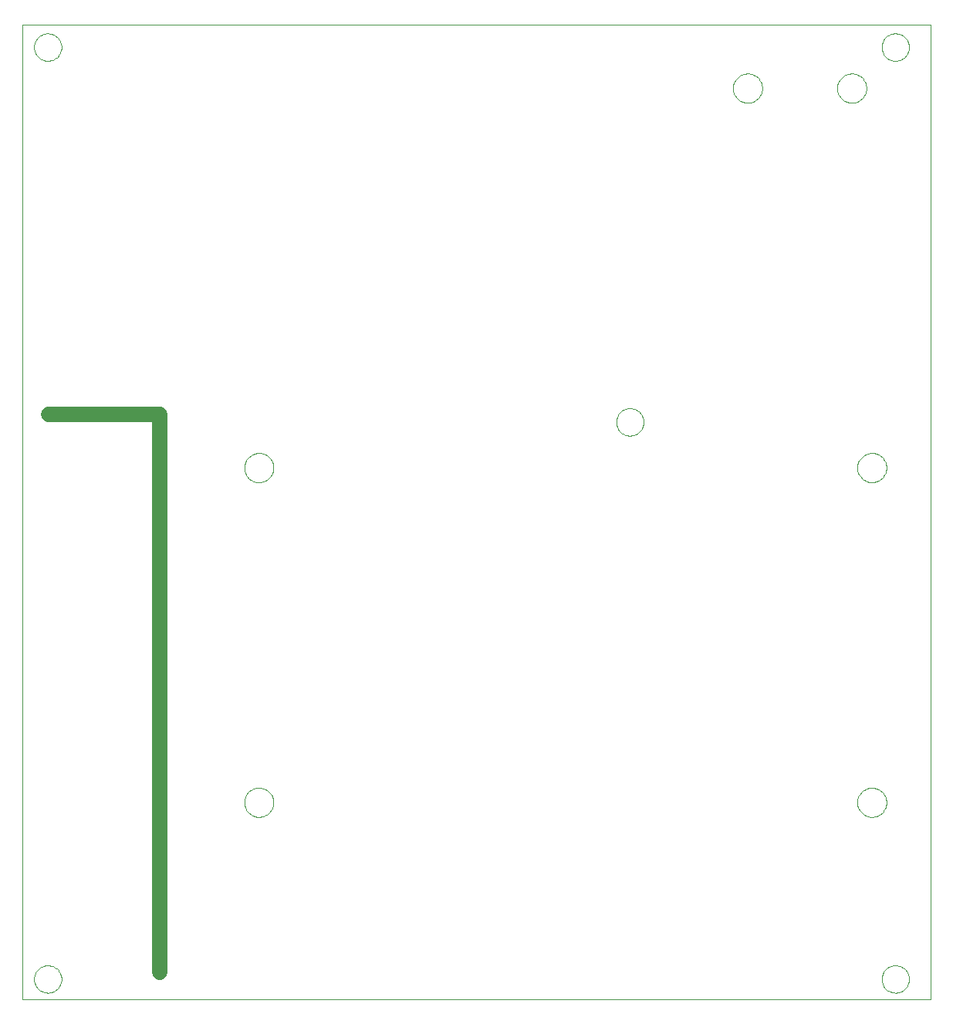
<source format=gm1>
G75*
G70*
%OFA0B0*%
%FSLAX24Y24*%
%IPPOS*%
%LPD*%
%AMOC8*
5,1,8,0,0,1.08239X$1,22.5*
%
%ADD10C,0.0000*%
%ADD11C,0.0660*%
D10*
X003168Y001404D02*
X042391Y001404D01*
X042391Y043530D01*
X003168Y043530D01*
X003168Y001404D01*
X003660Y002290D02*
X003662Y002338D01*
X003668Y002386D01*
X003678Y002433D01*
X003691Y002479D01*
X003709Y002524D01*
X003729Y002568D01*
X003754Y002610D01*
X003782Y002649D01*
X003812Y002686D01*
X003846Y002720D01*
X003883Y002752D01*
X003921Y002781D01*
X003962Y002806D01*
X004005Y002828D01*
X004050Y002846D01*
X004096Y002860D01*
X004143Y002871D01*
X004191Y002878D01*
X004239Y002881D01*
X004287Y002880D01*
X004335Y002875D01*
X004383Y002866D01*
X004429Y002854D01*
X004474Y002837D01*
X004518Y002817D01*
X004560Y002794D01*
X004600Y002767D01*
X004638Y002737D01*
X004673Y002704D01*
X004705Y002668D01*
X004735Y002630D01*
X004761Y002589D01*
X004783Y002546D01*
X004803Y002502D01*
X004818Y002457D01*
X004830Y002410D01*
X004838Y002362D01*
X004842Y002314D01*
X004842Y002266D01*
X004838Y002218D01*
X004830Y002170D01*
X004818Y002123D01*
X004803Y002078D01*
X004783Y002034D01*
X004761Y001991D01*
X004735Y001950D01*
X004705Y001912D01*
X004673Y001876D01*
X004638Y001843D01*
X004600Y001813D01*
X004560Y001786D01*
X004518Y001763D01*
X004474Y001743D01*
X004429Y001726D01*
X004383Y001714D01*
X004335Y001705D01*
X004287Y001700D01*
X004239Y001699D01*
X004191Y001702D01*
X004143Y001709D01*
X004096Y001720D01*
X004050Y001734D01*
X004005Y001752D01*
X003962Y001774D01*
X003921Y001799D01*
X003883Y001828D01*
X003846Y001860D01*
X003812Y001894D01*
X003782Y001931D01*
X003754Y001970D01*
X003729Y002012D01*
X003709Y002056D01*
X003691Y002101D01*
X003678Y002147D01*
X003668Y002194D01*
X003662Y002242D01*
X003660Y002290D01*
X012739Y009924D02*
X012741Y009974D01*
X012747Y010024D01*
X012757Y010073D01*
X012771Y010121D01*
X012788Y010168D01*
X012809Y010213D01*
X012834Y010257D01*
X012862Y010298D01*
X012894Y010337D01*
X012928Y010374D01*
X012965Y010408D01*
X013005Y010438D01*
X013047Y010465D01*
X013091Y010489D01*
X013137Y010510D01*
X013184Y010526D01*
X013232Y010539D01*
X013282Y010548D01*
X013331Y010553D01*
X013382Y010554D01*
X013432Y010551D01*
X013481Y010544D01*
X013530Y010533D01*
X013578Y010518D01*
X013624Y010500D01*
X013669Y010478D01*
X013712Y010452D01*
X013753Y010423D01*
X013792Y010391D01*
X013828Y010356D01*
X013860Y010318D01*
X013890Y010278D01*
X013917Y010235D01*
X013940Y010191D01*
X013959Y010145D01*
X013975Y010097D01*
X013987Y010048D01*
X013995Y009999D01*
X013999Y009949D01*
X013999Y009899D01*
X013995Y009849D01*
X013987Y009800D01*
X013975Y009751D01*
X013959Y009703D01*
X013940Y009657D01*
X013917Y009613D01*
X013890Y009570D01*
X013860Y009530D01*
X013828Y009492D01*
X013792Y009457D01*
X013753Y009425D01*
X013712Y009396D01*
X013669Y009370D01*
X013624Y009348D01*
X013578Y009330D01*
X013530Y009315D01*
X013481Y009304D01*
X013432Y009297D01*
X013382Y009294D01*
X013331Y009295D01*
X013282Y009300D01*
X013232Y009309D01*
X013184Y009322D01*
X013137Y009338D01*
X013091Y009359D01*
X013047Y009383D01*
X013005Y009410D01*
X012965Y009440D01*
X012928Y009474D01*
X012894Y009511D01*
X012862Y009550D01*
X012834Y009591D01*
X012809Y009635D01*
X012788Y009680D01*
X012771Y009727D01*
X012757Y009775D01*
X012747Y009824D01*
X012741Y009874D01*
X012739Y009924D01*
X012739Y024381D02*
X012741Y024431D01*
X012747Y024481D01*
X012757Y024530D01*
X012771Y024578D01*
X012788Y024625D01*
X012809Y024670D01*
X012834Y024714D01*
X012862Y024755D01*
X012894Y024794D01*
X012928Y024831D01*
X012965Y024865D01*
X013005Y024895D01*
X013047Y024922D01*
X013091Y024946D01*
X013137Y024967D01*
X013184Y024983D01*
X013232Y024996D01*
X013282Y025005D01*
X013331Y025010D01*
X013382Y025011D01*
X013432Y025008D01*
X013481Y025001D01*
X013530Y024990D01*
X013578Y024975D01*
X013624Y024957D01*
X013669Y024935D01*
X013712Y024909D01*
X013753Y024880D01*
X013792Y024848D01*
X013828Y024813D01*
X013860Y024775D01*
X013890Y024735D01*
X013917Y024692D01*
X013940Y024648D01*
X013959Y024602D01*
X013975Y024554D01*
X013987Y024505D01*
X013995Y024456D01*
X013999Y024406D01*
X013999Y024356D01*
X013995Y024306D01*
X013987Y024257D01*
X013975Y024208D01*
X013959Y024160D01*
X013940Y024114D01*
X013917Y024070D01*
X013890Y024027D01*
X013860Y023987D01*
X013828Y023949D01*
X013792Y023914D01*
X013753Y023882D01*
X013712Y023853D01*
X013669Y023827D01*
X013624Y023805D01*
X013578Y023787D01*
X013530Y023772D01*
X013481Y023761D01*
X013432Y023754D01*
X013382Y023751D01*
X013331Y023752D01*
X013282Y023757D01*
X013232Y023766D01*
X013184Y023779D01*
X013137Y023795D01*
X013091Y023816D01*
X013047Y023840D01*
X013005Y023867D01*
X012965Y023897D01*
X012928Y023931D01*
X012894Y023968D01*
X012862Y024007D01*
X012834Y024048D01*
X012809Y024092D01*
X012788Y024137D01*
X012771Y024184D01*
X012757Y024232D01*
X012747Y024281D01*
X012741Y024331D01*
X012739Y024381D01*
X028807Y026355D02*
X028809Y026403D01*
X028815Y026451D01*
X028825Y026498D01*
X028838Y026544D01*
X028856Y026589D01*
X028876Y026633D01*
X028901Y026675D01*
X028929Y026714D01*
X028959Y026751D01*
X028993Y026785D01*
X029030Y026817D01*
X029068Y026846D01*
X029109Y026871D01*
X029152Y026893D01*
X029197Y026911D01*
X029243Y026925D01*
X029290Y026936D01*
X029338Y026943D01*
X029386Y026946D01*
X029434Y026945D01*
X029482Y026940D01*
X029530Y026931D01*
X029576Y026919D01*
X029621Y026902D01*
X029665Y026882D01*
X029707Y026859D01*
X029747Y026832D01*
X029785Y026802D01*
X029820Y026769D01*
X029852Y026733D01*
X029882Y026695D01*
X029908Y026654D01*
X029930Y026611D01*
X029950Y026567D01*
X029965Y026522D01*
X029977Y026475D01*
X029985Y026427D01*
X029989Y026379D01*
X029989Y026331D01*
X029985Y026283D01*
X029977Y026235D01*
X029965Y026188D01*
X029950Y026143D01*
X029930Y026099D01*
X029908Y026056D01*
X029882Y026015D01*
X029852Y025977D01*
X029820Y025941D01*
X029785Y025908D01*
X029747Y025878D01*
X029707Y025851D01*
X029665Y025828D01*
X029621Y025808D01*
X029576Y025791D01*
X029530Y025779D01*
X029482Y025770D01*
X029434Y025765D01*
X029386Y025764D01*
X029338Y025767D01*
X029290Y025774D01*
X029243Y025785D01*
X029197Y025799D01*
X029152Y025817D01*
X029109Y025839D01*
X029068Y025864D01*
X029030Y025893D01*
X028993Y025925D01*
X028959Y025959D01*
X028929Y025996D01*
X028901Y026035D01*
X028876Y026077D01*
X028856Y026121D01*
X028838Y026166D01*
X028825Y026212D01*
X028815Y026259D01*
X028809Y026307D01*
X028807Y026355D01*
X039219Y024381D02*
X039221Y024431D01*
X039227Y024481D01*
X039237Y024530D01*
X039251Y024578D01*
X039268Y024625D01*
X039289Y024670D01*
X039314Y024714D01*
X039342Y024755D01*
X039374Y024794D01*
X039408Y024831D01*
X039445Y024865D01*
X039485Y024895D01*
X039527Y024922D01*
X039571Y024946D01*
X039617Y024967D01*
X039664Y024983D01*
X039712Y024996D01*
X039762Y025005D01*
X039811Y025010D01*
X039862Y025011D01*
X039912Y025008D01*
X039961Y025001D01*
X040010Y024990D01*
X040058Y024975D01*
X040104Y024957D01*
X040149Y024935D01*
X040192Y024909D01*
X040233Y024880D01*
X040272Y024848D01*
X040308Y024813D01*
X040340Y024775D01*
X040370Y024735D01*
X040397Y024692D01*
X040420Y024648D01*
X040439Y024602D01*
X040455Y024554D01*
X040467Y024505D01*
X040475Y024456D01*
X040479Y024406D01*
X040479Y024356D01*
X040475Y024306D01*
X040467Y024257D01*
X040455Y024208D01*
X040439Y024160D01*
X040420Y024114D01*
X040397Y024070D01*
X040370Y024027D01*
X040340Y023987D01*
X040308Y023949D01*
X040272Y023914D01*
X040233Y023882D01*
X040192Y023853D01*
X040149Y023827D01*
X040104Y023805D01*
X040058Y023787D01*
X040010Y023772D01*
X039961Y023761D01*
X039912Y023754D01*
X039862Y023751D01*
X039811Y023752D01*
X039762Y023757D01*
X039712Y023766D01*
X039664Y023779D01*
X039617Y023795D01*
X039571Y023816D01*
X039527Y023840D01*
X039485Y023867D01*
X039445Y023897D01*
X039408Y023931D01*
X039374Y023968D01*
X039342Y024007D01*
X039314Y024048D01*
X039289Y024092D01*
X039268Y024137D01*
X039251Y024184D01*
X039237Y024232D01*
X039227Y024281D01*
X039221Y024331D01*
X039219Y024381D01*
X039219Y009924D02*
X039221Y009974D01*
X039227Y010024D01*
X039237Y010073D01*
X039251Y010121D01*
X039268Y010168D01*
X039289Y010213D01*
X039314Y010257D01*
X039342Y010298D01*
X039374Y010337D01*
X039408Y010374D01*
X039445Y010408D01*
X039485Y010438D01*
X039527Y010465D01*
X039571Y010489D01*
X039617Y010510D01*
X039664Y010526D01*
X039712Y010539D01*
X039762Y010548D01*
X039811Y010553D01*
X039862Y010554D01*
X039912Y010551D01*
X039961Y010544D01*
X040010Y010533D01*
X040058Y010518D01*
X040104Y010500D01*
X040149Y010478D01*
X040192Y010452D01*
X040233Y010423D01*
X040272Y010391D01*
X040308Y010356D01*
X040340Y010318D01*
X040370Y010278D01*
X040397Y010235D01*
X040420Y010191D01*
X040439Y010145D01*
X040455Y010097D01*
X040467Y010048D01*
X040475Y009999D01*
X040479Y009949D01*
X040479Y009899D01*
X040475Y009849D01*
X040467Y009800D01*
X040455Y009751D01*
X040439Y009703D01*
X040420Y009657D01*
X040397Y009613D01*
X040370Y009570D01*
X040340Y009530D01*
X040308Y009492D01*
X040272Y009457D01*
X040233Y009425D01*
X040192Y009396D01*
X040149Y009370D01*
X040104Y009348D01*
X040058Y009330D01*
X040010Y009315D01*
X039961Y009304D01*
X039912Y009297D01*
X039862Y009294D01*
X039811Y009295D01*
X039762Y009300D01*
X039712Y009309D01*
X039664Y009322D01*
X039617Y009338D01*
X039571Y009359D01*
X039527Y009383D01*
X039485Y009410D01*
X039445Y009440D01*
X039408Y009474D01*
X039374Y009511D01*
X039342Y009550D01*
X039314Y009591D01*
X039289Y009635D01*
X039268Y009680D01*
X039251Y009727D01*
X039237Y009775D01*
X039227Y009824D01*
X039221Y009874D01*
X039219Y009924D01*
X040274Y002290D02*
X040276Y002338D01*
X040282Y002386D01*
X040292Y002433D01*
X040305Y002479D01*
X040323Y002524D01*
X040343Y002568D01*
X040368Y002610D01*
X040396Y002649D01*
X040426Y002686D01*
X040460Y002720D01*
X040497Y002752D01*
X040535Y002781D01*
X040576Y002806D01*
X040619Y002828D01*
X040664Y002846D01*
X040710Y002860D01*
X040757Y002871D01*
X040805Y002878D01*
X040853Y002881D01*
X040901Y002880D01*
X040949Y002875D01*
X040997Y002866D01*
X041043Y002854D01*
X041088Y002837D01*
X041132Y002817D01*
X041174Y002794D01*
X041214Y002767D01*
X041252Y002737D01*
X041287Y002704D01*
X041319Y002668D01*
X041349Y002630D01*
X041375Y002589D01*
X041397Y002546D01*
X041417Y002502D01*
X041432Y002457D01*
X041444Y002410D01*
X041452Y002362D01*
X041456Y002314D01*
X041456Y002266D01*
X041452Y002218D01*
X041444Y002170D01*
X041432Y002123D01*
X041417Y002078D01*
X041397Y002034D01*
X041375Y001991D01*
X041349Y001950D01*
X041319Y001912D01*
X041287Y001876D01*
X041252Y001843D01*
X041214Y001813D01*
X041174Y001786D01*
X041132Y001763D01*
X041088Y001743D01*
X041043Y001726D01*
X040997Y001714D01*
X040949Y001705D01*
X040901Y001700D01*
X040853Y001699D01*
X040805Y001702D01*
X040757Y001709D01*
X040710Y001720D01*
X040664Y001734D01*
X040619Y001752D01*
X040576Y001774D01*
X040535Y001799D01*
X040497Y001828D01*
X040460Y001860D01*
X040426Y001894D01*
X040396Y001931D01*
X040368Y001970D01*
X040343Y002012D01*
X040323Y002056D01*
X040305Y002101D01*
X040292Y002147D01*
X040282Y002194D01*
X040276Y002242D01*
X040274Y002290D01*
X038351Y040774D02*
X038353Y040824D01*
X038359Y040874D01*
X038369Y040923D01*
X038383Y040971D01*
X038400Y041018D01*
X038421Y041063D01*
X038446Y041107D01*
X038474Y041148D01*
X038506Y041187D01*
X038540Y041224D01*
X038577Y041258D01*
X038617Y041288D01*
X038659Y041315D01*
X038703Y041339D01*
X038749Y041360D01*
X038796Y041376D01*
X038844Y041389D01*
X038894Y041398D01*
X038943Y041403D01*
X038994Y041404D01*
X039044Y041401D01*
X039093Y041394D01*
X039142Y041383D01*
X039190Y041368D01*
X039236Y041350D01*
X039281Y041328D01*
X039324Y041302D01*
X039365Y041273D01*
X039404Y041241D01*
X039440Y041206D01*
X039472Y041168D01*
X039502Y041128D01*
X039529Y041085D01*
X039552Y041041D01*
X039571Y040995D01*
X039587Y040947D01*
X039599Y040898D01*
X039607Y040849D01*
X039611Y040799D01*
X039611Y040749D01*
X039607Y040699D01*
X039599Y040650D01*
X039587Y040601D01*
X039571Y040553D01*
X039552Y040507D01*
X039529Y040463D01*
X039502Y040420D01*
X039472Y040380D01*
X039440Y040342D01*
X039404Y040307D01*
X039365Y040275D01*
X039324Y040246D01*
X039281Y040220D01*
X039236Y040198D01*
X039190Y040180D01*
X039142Y040165D01*
X039093Y040154D01*
X039044Y040147D01*
X038994Y040144D01*
X038943Y040145D01*
X038894Y040150D01*
X038844Y040159D01*
X038796Y040172D01*
X038749Y040188D01*
X038703Y040209D01*
X038659Y040233D01*
X038617Y040260D01*
X038577Y040290D01*
X038540Y040324D01*
X038506Y040361D01*
X038474Y040400D01*
X038446Y040441D01*
X038421Y040485D01*
X038400Y040530D01*
X038383Y040577D01*
X038369Y040625D01*
X038359Y040674D01*
X038353Y040724D01*
X038351Y040774D01*
X040274Y042546D02*
X040276Y042594D01*
X040282Y042642D01*
X040292Y042689D01*
X040305Y042735D01*
X040323Y042780D01*
X040343Y042824D01*
X040368Y042866D01*
X040396Y042905D01*
X040426Y042942D01*
X040460Y042976D01*
X040497Y043008D01*
X040535Y043037D01*
X040576Y043062D01*
X040619Y043084D01*
X040664Y043102D01*
X040710Y043116D01*
X040757Y043127D01*
X040805Y043134D01*
X040853Y043137D01*
X040901Y043136D01*
X040949Y043131D01*
X040997Y043122D01*
X041043Y043110D01*
X041088Y043093D01*
X041132Y043073D01*
X041174Y043050D01*
X041214Y043023D01*
X041252Y042993D01*
X041287Y042960D01*
X041319Y042924D01*
X041349Y042886D01*
X041375Y042845D01*
X041397Y042802D01*
X041417Y042758D01*
X041432Y042713D01*
X041444Y042666D01*
X041452Y042618D01*
X041456Y042570D01*
X041456Y042522D01*
X041452Y042474D01*
X041444Y042426D01*
X041432Y042379D01*
X041417Y042334D01*
X041397Y042290D01*
X041375Y042247D01*
X041349Y042206D01*
X041319Y042168D01*
X041287Y042132D01*
X041252Y042099D01*
X041214Y042069D01*
X041174Y042042D01*
X041132Y042019D01*
X041088Y041999D01*
X041043Y041982D01*
X040997Y041970D01*
X040949Y041961D01*
X040901Y041956D01*
X040853Y041955D01*
X040805Y041958D01*
X040757Y041965D01*
X040710Y041976D01*
X040664Y041990D01*
X040619Y042008D01*
X040576Y042030D01*
X040535Y042055D01*
X040497Y042084D01*
X040460Y042116D01*
X040426Y042150D01*
X040396Y042187D01*
X040368Y042226D01*
X040343Y042268D01*
X040323Y042312D01*
X040305Y042357D01*
X040292Y042403D01*
X040282Y042450D01*
X040276Y042498D01*
X040274Y042546D01*
X033851Y040774D02*
X033853Y040824D01*
X033859Y040874D01*
X033869Y040923D01*
X033883Y040971D01*
X033900Y041018D01*
X033921Y041063D01*
X033946Y041107D01*
X033974Y041148D01*
X034006Y041187D01*
X034040Y041224D01*
X034077Y041258D01*
X034117Y041288D01*
X034159Y041315D01*
X034203Y041339D01*
X034249Y041360D01*
X034296Y041376D01*
X034344Y041389D01*
X034394Y041398D01*
X034443Y041403D01*
X034494Y041404D01*
X034544Y041401D01*
X034593Y041394D01*
X034642Y041383D01*
X034690Y041368D01*
X034736Y041350D01*
X034781Y041328D01*
X034824Y041302D01*
X034865Y041273D01*
X034904Y041241D01*
X034940Y041206D01*
X034972Y041168D01*
X035002Y041128D01*
X035029Y041085D01*
X035052Y041041D01*
X035071Y040995D01*
X035087Y040947D01*
X035099Y040898D01*
X035107Y040849D01*
X035111Y040799D01*
X035111Y040749D01*
X035107Y040699D01*
X035099Y040650D01*
X035087Y040601D01*
X035071Y040553D01*
X035052Y040507D01*
X035029Y040463D01*
X035002Y040420D01*
X034972Y040380D01*
X034940Y040342D01*
X034904Y040307D01*
X034865Y040275D01*
X034824Y040246D01*
X034781Y040220D01*
X034736Y040198D01*
X034690Y040180D01*
X034642Y040165D01*
X034593Y040154D01*
X034544Y040147D01*
X034494Y040144D01*
X034443Y040145D01*
X034394Y040150D01*
X034344Y040159D01*
X034296Y040172D01*
X034249Y040188D01*
X034203Y040209D01*
X034159Y040233D01*
X034117Y040260D01*
X034077Y040290D01*
X034040Y040324D01*
X034006Y040361D01*
X033974Y040400D01*
X033946Y040441D01*
X033921Y040485D01*
X033900Y040530D01*
X033883Y040577D01*
X033869Y040625D01*
X033859Y040674D01*
X033853Y040724D01*
X033851Y040774D01*
X003660Y042546D02*
X003662Y042594D01*
X003668Y042642D01*
X003678Y042689D01*
X003691Y042735D01*
X003709Y042780D01*
X003729Y042824D01*
X003754Y042866D01*
X003782Y042905D01*
X003812Y042942D01*
X003846Y042976D01*
X003883Y043008D01*
X003921Y043037D01*
X003962Y043062D01*
X004005Y043084D01*
X004050Y043102D01*
X004096Y043116D01*
X004143Y043127D01*
X004191Y043134D01*
X004239Y043137D01*
X004287Y043136D01*
X004335Y043131D01*
X004383Y043122D01*
X004429Y043110D01*
X004474Y043093D01*
X004518Y043073D01*
X004560Y043050D01*
X004600Y043023D01*
X004638Y042993D01*
X004673Y042960D01*
X004705Y042924D01*
X004735Y042886D01*
X004761Y042845D01*
X004783Y042802D01*
X004803Y042758D01*
X004818Y042713D01*
X004830Y042666D01*
X004838Y042618D01*
X004842Y042570D01*
X004842Y042522D01*
X004838Y042474D01*
X004830Y042426D01*
X004818Y042379D01*
X004803Y042334D01*
X004783Y042290D01*
X004761Y042247D01*
X004735Y042206D01*
X004705Y042168D01*
X004673Y042132D01*
X004638Y042099D01*
X004600Y042069D01*
X004560Y042042D01*
X004518Y042019D01*
X004474Y041999D01*
X004429Y041982D01*
X004383Y041970D01*
X004335Y041961D01*
X004287Y041956D01*
X004239Y041955D01*
X004191Y041958D01*
X004143Y041965D01*
X004096Y041976D01*
X004050Y041990D01*
X004005Y042008D01*
X003962Y042030D01*
X003921Y042055D01*
X003883Y042084D01*
X003846Y042116D01*
X003812Y042150D01*
X003782Y042187D01*
X003754Y042226D01*
X003729Y042268D01*
X003709Y042312D01*
X003691Y042357D01*
X003678Y042403D01*
X003668Y042450D01*
X003662Y042498D01*
X003660Y042546D01*
D11*
X004300Y026700D02*
X009074Y026700D01*
X009074Y002585D01*
M02*

</source>
